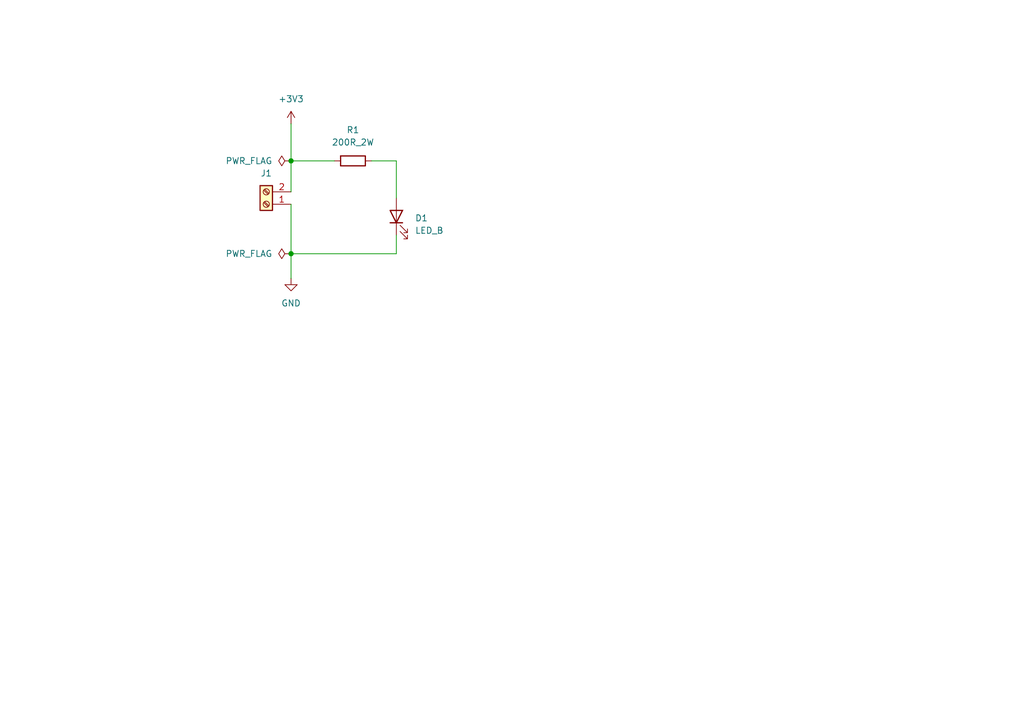
<source format=kicad_sch>
(kicad_sch (version 20231120) (generator "eeschema") (generator_version "8.0")
  (paper "A5")
  (lib_symbols
    (symbol "power:+3V3" (power) (pin_numbers hide) (pin_names (offset 0) hide)
      (property "Value" "+3V3" (at 0 3.556 0))
      (symbol "+3V3_0_1"
        (polyline (pts (xy -0.762 1.27) (xy 0 2.54)))
        (polyline (pts (xy 0 0) (xy 0 2.54)))
        (polyline (pts (xy 0 2.54) (xy 0.762 1.27)))
      )
      (symbol "+3V3_1_1"
        (pin power_in line (at 0 0 90) (length 0) (name "~") (number "1"))
      )
    )
    (symbol "power:GND" (power) (pin_numbers hide) (pin_names (offset 0) hide)
      (property "Value" "GND" (at 0 -3.81 0))
      (symbol "GND_0_1"
        (polyline (pts (xy 0 0) (xy 0 -1.27) (xy 1.27 -1.27) (xy 0 -2.54) (xy -1.27 -1.27) (xy 0 -1.27)))
      )
      (symbol "GND_1_1"
        (pin power_in line (at 0 0 270) (length 0) (name "~") (number "1"))
      )
    )
    (symbol "power:PWR_FLAG" (power) (pin_numbers hide) (pin_names (offset 0) hide)
      (property "Value" "PWR_FLAG" (at 0 3.81 0))
      (symbol "PWR_FLAG_0_0"
        (pin power_out line (at 0 0 90) (length 0) (name "~") (number "1"))
      )
      (symbol "PWR_FLAG_0_1"
        (polyline (pts (xy 0 0) (xy 0 1.27) (xy -1.016 1.905) (xy 0 2.54) (xy 1.016 1.905) (xy 0 1.27)))
      )
    )
    (symbol "rsx_LEDs:LED_B" (pin_numbers hide) (pin_names (offset 1.016) hide)
      (property "Reference" "D" (at 0 2.54 0))
      (property "Value" "LED_B" (at 0 -2.54 0))
      (symbol "LED_B_0_1"
        (polyline (pts (xy -1.27 -1.27) (xy -1.27 1.27)) (stroke (width 0.254)))
        (polyline (pts (xy -1.27 0) (xy 1.27 0)))
        (polyline (pts (xy 1.27 -1.27) (xy 1.27 1.27) (xy -1.27 0) (xy 1.27 -1.27)) (stroke (width 0.254)))
        (polyline (pts (xy -3.048 -0.762) (xy -4.572 -2.286) (xy -3.81 -2.286) (xy -4.572 -2.286) (xy -4.572 -1.524)))
        (polyline (pts (xy -1.778 -0.762) (xy -3.302 -2.286) (xy -2.54 -2.286) (xy -3.302 -2.286) (xy -3.302 -1.524)))
      )
      (symbol "LED_B_1_1"
        (pin passive line (at -3.81 0 0) (length 2.54) (name "K") (number "1"))
        (pin passive line (at 3.81 0 180) (length 2.54) (name "A") (number "2"))
      )
    )
    (symbol "rsx_Resistors:200R_2W" (pin_numbers hide) (pin_names (offset 0))
      (property "Reference" "R" (at 2.032 0 90))
      (property "Value" "200R_2W" (at 0 0 90))
      (symbol "200R_2W_0_1"
        (rectangle (start -1.016 -2.54) (end 1.016 2.54) (stroke (width 0.254)))
      )
      (symbol "200R_2W_1_1"
        (pin passive line (at 0 3.81 270) (length 1.27) (name "~") (number "1"))
        (pin passive line (at 0 -3.81 90) (length 1.27) (name "~") (number "2"))
      )
    )
    (symbol "rsx_header_screw:Screw_Terminal_2x2.54" (pin_names (offset 1.016) hide)
      (property "Reference" "J" (at 0 2.54 0))
      (symbol "Screw_Terminal_2x2.54_1_1"
        (rectangle (start -1.27 1.27) (end 1.27 -3.81) (stroke (width 0.254)) (fill (type background)))
        (circle (center 0 -2.54) (radius 0.635) (stroke (width 0.1524)))
        (polyline (pts (xy -0.5334 -2.2098) (xy 0.3302 -3.048)) (stroke (width 0.1524)))
        (polyline (pts (xy -0.5334 0.3302) (xy 0.3302 -0.508)) (stroke (width 0.1524)))
        (polyline (pts (xy -0.3556 -2.032) (xy 0.508 -2.8702)) (stroke (width 0.1524)))
        (polyline (pts (xy -0.3556 0.508) (xy 0.508 -0.3302)) (stroke (width 0.1524)))
        (circle (center 0 0) (radius 0.635) (stroke (width 0.1524)))
        (pin passive line (at -5.08 0 0) (length 3.81) (name "Pin_1") (number "1"))
        (pin passive line (at -5.08 -2.54 0) (length 3.81) (name "Pin_2") (number "2"))
      )
    )
  )
  (junction (at 59.69 33.02))
  (junction (at 59.69 52.07))
  (wire (pts (xy 76.2 33.02) (xy 81.28 33.02)))
  (wire (pts (xy 59.69 41.91) (xy 59.69 52.07)))
  (wire (pts (xy 81.28 33.02) (xy 81.28 40.64)))
  (wire (pts (xy 59.69 52.07) (xy 81.28 52.07)))
  (wire (pts (xy 59.69 33.02) (xy 59.69 39.37)))
  (wire (pts (xy 81.28 48.26) (xy 81.28 52.07)))
  (wire (pts (xy 59.69 25.4) (xy 59.69 33.02)))
  (wire (pts (xy 59.69 57.15) (xy 59.69 52.07)))
  (wire (pts (xy 59.69 33.02) (xy 68.58 33.02)))
  (symbol (lib_id "power:PWR_FLAG") (at 59.69 52.07 90) (unit 1)
    (property "Reference" "#FLG02" (effects (hide yes)))
    (property "Value" "PWR_FLAG" (at 55.88 52.0699 90) (effects (justify left)))
    (property "Description" "Special symbol for telling ERC where power comes from" (effects (hide yes)))
  )
  (symbol (lib_id "rsx_Resistors:200R_2W") (at 72.39 33.02 90) (unit 1)
    (property "Reference" "R1" (at 72.39 26.67 90))
    (property "Value" "200R_2W" (at 72.39 29.21 90))
    (property "Footprint" "rsx_resistors:R_2512_6332Metric" (effects (hide yes)))
    (property "Description" "RES SMD 200 OHM 1% 2W 2512" (effects (hide yes)))
    (property "MFR" "Bourns Inc." (effects (hide yes)))
    (property "DPN" "CRM2512-FX-2000ELFCT-ND" (effects (hide yes)))
    (property "MPN" "CRM2512-FX-2000ELF" (effects (hide yes)))
  )
  (symbol (lib_id "power:GND") (at 59.69 57.15 0) (unit 1)
    (property "Reference" "#PWR01" (effects (hide yes)))
    (property "Value" "GND" (at 59.69 62.23 0))
    (property "Description" "Power symbol creates a global label with name \"GND\" , ground" (effects (hide yes)))
  )
  (symbol (lib_id "power:+3V3") (at 59.69 25.4 0) (unit 1)
    (property "Reference" "#PWR02" (effects (hide yes)))
    (property "Value" "+3V3" (at 59.69 20.32 0))
    (property "Description" "Power symbol creates a global label with name \"+3V3\"" (effects (hide yes)))
  )
  (symbol (lib_id "rsx_header_screw:Screw_Terminal_2x2.54") (at 54.61 41.91 180) (unit 1)
    (property "Reference" "J1" (at 54.61 35.56 0))
    (property "Value" "Screw_Terminal_2x2.54" (effects (hide yes)))
    (property "Footprint" "rsx_headers_screw:Wurth_691210910002" (effects (hide yes)))
    (property "Description" "TERM BLOCK 2P HORIZON 2.54MM PCB" (effects (hide yes)))
    (property "MFR" "Würth Elektronik" (effects (hide yes)))
    (property "DPN" "732-691210910002-ND" (effects (hide yes)))
    (property "MPN" "691210910002" (effects (hide yes)))
  )
  (symbol (lib_id "rsx_LEDs:LED_B") (at 81.28 44.45 90) (unit 1)
    (property "Reference" "D1" (at 85.09 44.7674 90) (effects (justify right)))
    (property "Value" "LED_B" (at 85.09 47.3074 90) (effects (justify right)))
    (property "Footprint" "rsx_leds:LED_0805_2012Metric" (effects (hide yes)))
    (property "Description" "LED BLUE CLEAR SMD" (effects (hide yes)))
    (property "MFR" "Lite-On Inc." (effects (hide yes)))
    (property "DPN" "160-1579-1-ND" (effects (hide yes)))
    (property "MPN" "LTST-C170TBKT" (effects (hide yes)))
  )
  (symbol (lib_id "power:PWR_FLAG") (at 59.69 33.02 90) (unit 1)
    (property "Reference" "#FLG01" (effects (hide yes)))
    (property "Value" "PWR_FLAG" (at 55.88 33.0199 90) (effects (justify left)))
    (property "Description" "Special symbol for telling ERC where power comes from" (effects (hide yes)))
  )
)
</source>
